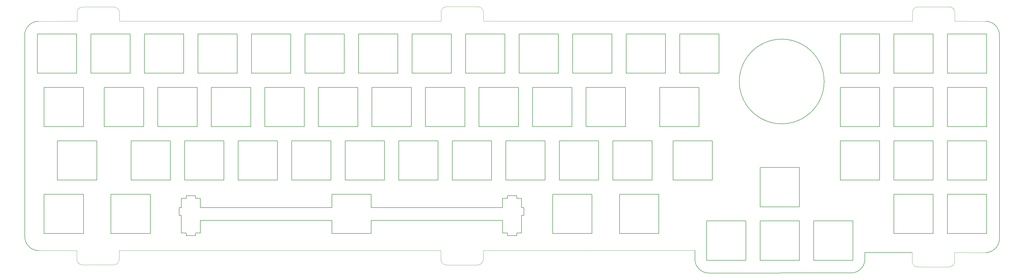
<source format=gbr>
%TF.GenerationSoftware,KiCad,Pcbnew,7.0.1*%
%TF.CreationDate,2023-07-11T18:08:57-07:00*%
%TF.ProjectId,switchplate,73776974-6368-4706-9c61-74652e6b6963,rev?*%
%TF.SameCoordinates,Original*%
%TF.FileFunction,Profile,NP*%
%FSLAX46Y46*%
G04 Gerber Fmt 4.6, Leading zero omitted, Abs format (unit mm)*
G04 Created by KiCad (PCBNEW 7.0.1) date 2023-07-11 18:08:57*
%MOMM*%
%LPD*%
G01*
G04 APERTURE LIST*
%TA.AperFunction,Profile*%
%ADD10C,0.188976*%
%TD*%
%TA.AperFunction,Profile*%
%ADD11C,0.200000*%
%TD*%
%TA.AperFunction,Profile*%
%ADD12C,0.050000*%
%TD*%
G04 APERTURE END LIST*
D10*
X22475997Y-60589010D02*
X8475997Y-60589010D01*
X294225978Y-117740006D02*
X294225978Y-131740006D01*
X294225978Y-131740006D02*
X308225978Y-131740006D01*
X312014979Y-58452011D02*
X312206965Y-58795010D01*
X23350997Y-118290001D02*
X23350997Y-119210007D01*
D11*
X204350001Y-137730001D02*
X204350001Y-140827522D01*
D12*
X281775001Y-56060001D02*
X281775001Y-52910001D01*
D10*
X98962992Y-112690007D02*
X112962992Y-112690007D01*
X27525996Y-74590008D02*
X41525996Y-74590008D01*
X117725993Y-74590008D02*
X117725993Y-60589010D01*
X135925990Y-122440003D02*
X89150981Y-122440003D01*
D12*
X-504999Y-140920001D02*
X-504999Y-137840001D01*
X281700001Y-138520001D02*
X281700001Y-141670001D01*
D11*
X-34121888Y-132829794D02*
G75*
G03*
X-29119791Y-137827904I5000001J1891D01*
G01*
D10*
X308225978Y-98690007D02*
X294225978Y-98690007D01*
X-29932000Y-56126010D02*
X-29542000Y-56080010D01*
X227550959Y-108215008D02*
X227550959Y-122215004D01*
X191831980Y-93640007D02*
X205831980Y-93640007D01*
X141825984Y-74590008D02*
X155825984Y-74590008D01*
X165637980Y-79640009D02*
X165637980Y-93640007D01*
X289175959Y-98690007D02*
X275175959Y-98690007D01*
X23350997Y-131510003D02*
X23350997Y-132490006D01*
X89436991Y-79640009D02*
X89436991Y-93640007D01*
X79912997Y-98690007D02*
X79912997Y-112690007D01*
X-33604999Y-58795010D02*
X-33412999Y-58452011D01*
X26650996Y-118290001D02*
X23350997Y-118290001D01*
X312689967Y-60282010D02*
X312735957Y-60672010D01*
X74862994Y-98690007D02*
X60862994Y-98690007D01*
X41812991Y-112690007D02*
X55812991Y-112690007D01*
X311286982Y-57529011D02*
X311553980Y-57817010D01*
X177543986Y-117740006D02*
X177543986Y-131740006D01*
X137062983Y-98690007D02*
X137062983Y-112690007D01*
D12*
X-15529999Y-56060001D02*
X-15529999Y-52980001D01*
D10*
X-13243001Y-79640009D02*
X-27243000Y-79640009D01*
D12*
X296865001Y-52910001D02*
X296865001Y-56060001D01*
D10*
X222499964Y-127265000D02*
X208500987Y-127265000D01*
X132012980Y-98690007D02*
X118012980Y-98690007D01*
X146587992Y-93640007D02*
X160587992Y-93640007D01*
X13237998Y-93640007D02*
X27237994Y-93640007D01*
X-32684999Y-57529011D02*
X-32397000Y-57262010D01*
X270125971Y-74590008D02*
X270125971Y-60589010D01*
X98962992Y-98690007D02*
X98962992Y-112690007D01*
X155825984Y-60589010D02*
X141825984Y-60589010D01*
X241550959Y-122215004D02*
X241550959Y-108215008D01*
X-31761999Y-56801011D02*
X-31419000Y-56609011D01*
X151062983Y-98690007D02*
X137062983Y-98690007D01*
X65337992Y-79640009D02*
X51337992Y-79640009D01*
X191831980Y-79640009D02*
X191831980Y-93640007D01*
X-3431001Y-117740006D02*
X-3431001Y-131740006D01*
X89150981Y-122440003D02*
X89150981Y-117740006D01*
X179925990Y-60589010D02*
X179925990Y-74590008D01*
X175162989Y-112690007D02*
X189162989Y-112690007D01*
X140950984Y-118290001D02*
X137650981Y-118290001D01*
X308225978Y-74590008D02*
X308225978Y-60589010D01*
X140950984Y-131510003D02*
X142675990Y-131510003D01*
X41525996Y-60589010D02*
X27525996Y-60589010D01*
X135925990Y-119210007D02*
X135925990Y-122440003D01*
D12*
X116005001Y-50870001D02*
X127095001Y-50870001D01*
D10*
X3712996Y-112690007D02*
X17712996Y-112690007D01*
X118012980Y-98690007D02*
X118012980Y-112690007D01*
X198975993Y-74590008D02*
X212975993Y-74590008D01*
X60575991Y-60589010D02*
X46575991Y-60589010D01*
X46575991Y-60589010D02*
X46575991Y-74590008D01*
X260600978Y-127265000D02*
X246600978Y-127265000D01*
X26650996Y-119210007D02*
X26650996Y-118290001D01*
X55812991Y-98690007D02*
X41812991Y-98690007D01*
X208500987Y-141265000D02*
X222499964Y-141265000D01*
X227550959Y-122215004D02*
X241550959Y-122215004D01*
X165637980Y-93640007D02*
X179637980Y-93640007D01*
X75150996Y-127040001D02*
X75150996Y-131740006D01*
X8475997Y-74590008D02*
X22475997Y-74590008D01*
X312506983Y-59519010D02*
X312612971Y-59897010D01*
X127537989Y-79640009D02*
X127537989Y-93640007D01*
X117725993Y-60589010D02*
X103725993Y-60589010D01*
X122487986Y-79640009D02*
X108487986Y-79640009D01*
X312370967Y-59151010D02*
X312506983Y-59519010D01*
X275175959Y-98690007D02*
X275175959Y-112690007D01*
X312206965Y-58795010D02*
X312370967Y-59151010D01*
X23350997Y-119210007D02*
X21625998Y-119210007D01*
X294225978Y-74590008D02*
X308225978Y-74590008D01*
D12*
X-15594999Y-137840001D02*
X-29119791Y-137827904D01*
D10*
X189162989Y-98690007D02*
X175162989Y-98690007D01*
X-13243001Y-131740006D02*
X-13243001Y-117740006D01*
D12*
X129025001Y-140960001D02*
X129025001Y-137770001D01*
D10*
X20799998Y-125240006D02*
X21625998Y-125240006D01*
X141537989Y-79640009D02*
X127537989Y-79640009D01*
X275175959Y-74590008D02*
X289175959Y-74590008D01*
X-31063000Y-56445011D02*
X-30695000Y-56309010D01*
D11*
X209352480Y-145827521D02*
X259872479Y-145802478D01*
D10*
X-27243000Y-117740006D02*
X-27243000Y-131740006D01*
X256125971Y-60589010D02*
X256125971Y-74590008D01*
X8187998Y-79640009D02*
X-5812002Y-79640009D01*
X65624995Y-60589010D02*
X65624995Y-74590008D01*
X289175959Y-74590008D02*
X289175959Y-60589010D01*
X10568999Y-131740006D02*
X10568999Y-117740006D01*
X27237994Y-79640009D02*
X13237998Y-79640009D01*
X-32088000Y-57019010D02*
X-31761999Y-56801011D01*
X141537989Y-93640007D02*
X141537989Y-79640009D01*
X308225978Y-112690007D02*
X308225978Y-98690007D01*
X143500987Y-125240006D02*
X143500987Y-122440003D01*
X-32952000Y-57817010D02*
X-32684999Y-57529011D01*
X-22481000Y-112690007D02*
X-8481000Y-112690007D01*
X160587992Y-93640007D02*
X160587992Y-79640009D01*
X55812991Y-112690007D02*
X55812991Y-98690007D01*
X142675990Y-125240006D02*
X143500987Y-125240006D01*
X-3431001Y-131740006D02*
X10568999Y-131740006D01*
D12*
X-29149000Y-56064011D02*
X-15529999Y-56060001D01*
D10*
X51337992Y-79640009D02*
X51337992Y-93640007D01*
D12*
X-15594999Y-137840001D02*
X-15594999Y-140920001D01*
D10*
X196593989Y-98690007D02*
X196593989Y-112690007D01*
X32287997Y-79640009D02*
X32287997Y-93640007D01*
D12*
X-13594999Y-142920001D02*
X-2504999Y-142920001D01*
D10*
X41525996Y-74590008D02*
X41525996Y-60589010D01*
X309296961Y-56309010D02*
X309664973Y-56445011D01*
X137650981Y-119210007D02*
X135925990Y-119210007D01*
X32287997Y-93640007D02*
X46287997Y-93640007D01*
X-13243001Y-117740006D02*
X-27243000Y-117740006D01*
X312612971Y-59897010D02*
X312689967Y-60282010D01*
X142675990Y-119210007D02*
X140950984Y-119210007D01*
D11*
X312736032Y-133538943D02*
X312750971Y-61065010D01*
D10*
X93912989Y-98690007D02*
X79912997Y-98690007D01*
X310020960Y-56609011D02*
X310363978Y-56801011D01*
D11*
X259872479Y-145802500D02*
G75*
G03*
X264870001Y-140802479I-2479J5000000D01*
G01*
D10*
X-15624002Y-74590008D02*
X-15624002Y-60589010D01*
X-8481000Y-98690007D02*
X-22481000Y-98690007D01*
X60862994Y-98690007D02*
X60862994Y-112690007D01*
D12*
X113935001Y-137770001D02*
X113935001Y-140960001D01*
D10*
X-30695000Y-56309010D02*
X-30317000Y-56203010D01*
X256125971Y-74590008D02*
X270125971Y-74590008D01*
X112962992Y-112690007D02*
X112962992Y-98690007D01*
X98675990Y-74590008D02*
X98675990Y-60589010D01*
X28375994Y-122440003D02*
X28375994Y-119210007D01*
X310998957Y-57262010D02*
X311286982Y-57529011D01*
X160875987Y-60589010D02*
X160875987Y-74590008D01*
X21625998Y-125240006D02*
X21625998Y-131510003D01*
X156112986Y-112690007D02*
X170112986Y-112690007D01*
D12*
X115935001Y-142960001D02*
X127025001Y-142960001D01*
D10*
X289175959Y-131740006D02*
X289175959Y-117740006D01*
X108487986Y-93640007D02*
X122487986Y-93640007D01*
X79624995Y-60589010D02*
X65624995Y-60589010D01*
X-34134000Y-60672010D02*
X-34088000Y-60282010D01*
X210593989Y-112690007D02*
X210593989Y-98690007D01*
X-29625000Y-74590008D02*
X-15624002Y-74590008D01*
X23350997Y-132490006D02*
X26650996Y-132490006D01*
X137062983Y-112690007D02*
X151062983Y-112690007D01*
X118012980Y-112690007D02*
X132012980Y-112690007D01*
D12*
X-15594999Y-140920001D02*
G75*
G03*
X-13594999Y-142920001I1999999J-1D01*
G01*
D10*
X8187998Y-93640007D02*
X8187998Y-79640009D01*
X270125971Y-60589010D02*
X256125971Y-60589010D01*
X289175959Y-60589010D02*
X275175959Y-60589010D01*
X51337992Y-93640007D02*
X65337992Y-93640007D01*
X196593989Y-112690007D02*
X210593989Y-112690007D01*
X307751979Y-56065010D02*
X308143977Y-56080010D01*
X46287997Y-79640009D02*
X32287997Y-79640009D01*
X41812991Y-98690007D02*
X41812991Y-112690007D01*
X175162989Y-98690007D02*
X175162989Y-112690007D01*
X294225978Y-112690007D02*
X308225978Y-112690007D01*
X153731990Y-131740006D02*
X167731990Y-131740006D01*
X21625998Y-119210007D02*
X21625998Y-122440003D01*
X227550959Y-127265000D02*
X227550959Y-141265000D01*
X275175959Y-117740006D02*
X275175959Y-131740006D01*
X167731990Y-131740006D02*
X167731990Y-117740006D01*
X227550959Y-141265000D02*
X241550959Y-141265000D01*
D12*
X294790001Y-143670001D02*
G75*
G03*
X296790001Y-141670001I-1J2000001D01*
G01*
D10*
X155825984Y-74590008D02*
X155825984Y-60589010D01*
X-10574001Y-60589010D02*
X-10574001Y-74590008D01*
X-27243000Y-79640009D02*
X-27243000Y-93640007D01*
X270125971Y-93640007D02*
X270125971Y-79640009D01*
X-34088000Y-60282010D02*
X-34011000Y-59897010D01*
X75150996Y-122440003D02*
X28375994Y-122440003D01*
X26650996Y-131510003D02*
X28375994Y-131510003D01*
D12*
X204350001Y-137730001D02*
X129025001Y-137770001D01*
D10*
X79624995Y-74590008D02*
X79624995Y-60589010D01*
X79912997Y-112690007D02*
X93912989Y-112690007D01*
X308225978Y-93640007D02*
X308225978Y-79640009D01*
X289175959Y-79640009D02*
X275175959Y-79640009D01*
X212975993Y-60589010D02*
X198975993Y-60589010D01*
X153731990Y-117740006D02*
X153731990Y-131740006D01*
X74862994Y-112690007D02*
X74862994Y-98690007D01*
X241550959Y-141265000D02*
X241550959Y-127265000D01*
D12*
X-13529999Y-50980001D02*
X-2439999Y-50980001D01*
D10*
X122775981Y-60589010D02*
X122775981Y-74590008D01*
X75150996Y-117740006D02*
X75150996Y-122440003D01*
X3425997Y-60589010D02*
X-10574001Y-60589010D01*
X-33412999Y-58452011D02*
X-33195000Y-58126010D01*
D12*
X281699999Y-141670001D02*
G75*
G03*
X283700001Y-143670001I2000001J1D01*
G01*
D10*
X310363978Y-56801011D02*
X310689967Y-57019010D01*
X-27243000Y-131740006D02*
X-13243001Y-131740006D01*
X112962992Y-98690007D02*
X98962992Y-98690007D01*
X275175959Y-93640007D02*
X289175959Y-93640007D01*
X70387995Y-93640007D02*
X84387995Y-93640007D01*
X108487986Y-79640009D02*
X108487986Y-93640007D01*
X241550959Y-108215008D02*
X227550959Y-108215008D01*
X275175959Y-79640009D02*
X275175959Y-93640007D01*
X28375994Y-131510003D02*
X28375994Y-127040001D01*
D12*
X116005001Y-50870001D02*
G75*
G03*
X114005001Y-52870001I-1J-1999999D01*
G01*
D10*
X210593989Y-98690007D02*
X196593989Y-98690007D01*
X103725993Y-60589010D02*
X103725993Y-74590008D01*
X222499964Y-141265000D02*
X222499964Y-127265000D01*
X311553980Y-57817010D02*
X311796961Y-58126010D01*
X8475997Y-60589010D02*
X8475997Y-74590008D01*
X36762995Y-98690007D02*
X22762995Y-98690007D01*
X198975993Y-60589010D02*
X198975993Y-74590008D01*
X84387995Y-79640009D02*
X70387995Y-79640009D01*
D12*
X296865001Y-56060001D02*
X307751979Y-56065010D01*
D10*
X-10574001Y-74590008D02*
X3425997Y-74590008D01*
X-29542000Y-56080010D02*
X-29149000Y-56064011D01*
X122775981Y-74590008D02*
X136775981Y-74590008D01*
X132012980Y-112690007D02*
X132012980Y-98690007D01*
D12*
X-2504999Y-142920001D02*
G75*
G03*
X-504999Y-140920001I1J1999999D01*
G01*
D10*
X-27243000Y-93640007D02*
X-13243001Y-93640007D01*
X270125971Y-112690007D02*
X270125971Y-98690007D01*
X27525996Y-60589010D02*
X27525996Y-74590008D01*
D12*
X-439999Y-56060001D02*
X114005001Y-56060001D01*
D11*
X264870001Y-138520001D02*
X281700001Y-138520001D01*
D10*
X179925990Y-74590008D02*
X193925990Y-74590008D01*
D12*
X114005001Y-56060001D02*
X114005001Y-52870001D01*
X129095001Y-52870001D02*
X129095001Y-56060001D01*
D10*
X137650981Y-131510003D02*
X137650981Y-132490006D01*
X275175959Y-60589010D02*
X275175959Y-74590008D01*
X3425997Y-74590008D02*
X3425997Y-60589010D01*
X193925990Y-60589010D02*
X179925990Y-60589010D01*
X170112986Y-112690007D02*
X170112986Y-98690007D01*
X21625998Y-122440003D02*
X20799998Y-122440003D01*
X103437983Y-93640007D02*
X103437983Y-79640009D01*
X46287997Y-93640007D02*
X46287997Y-79640009D01*
X-5812002Y-79640009D02*
X-5812002Y-93640007D01*
D11*
X-34121888Y-132829794D02*
X-34149000Y-61065010D01*
D12*
X283700001Y-143670001D02*
X294790001Y-143670001D01*
D10*
X136775981Y-60589010D02*
X122775981Y-60589010D01*
X174875987Y-74590008D02*
X174875987Y-60589010D01*
D12*
X-13529999Y-50980001D02*
G75*
G03*
X-15529999Y-52980001I-1J-1999999D01*
G01*
D10*
X-13243001Y-93640007D02*
X-13243001Y-79640009D01*
X135925990Y-127040001D02*
X135925990Y-131510003D01*
X167731990Y-117740006D02*
X153731990Y-117740006D01*
D11*
X307733943Y-138537932D02*
G75*
G03*
X312736032Y-133538943I2057J5000032D01*
G01*
D10*
X146587992Y-79640009D02*
X146587992Y-93640007D01*
X142675990Y-131510003D02*
X142675990Y-125240006D01*
X205831980Y-93640007D02*
X205831980Y-79640009D01*
X26650996Y-132490006D02*
X26650996Y-131510003D01*
X191543986Y-117740006D02*
X177543986Y-117740006D01*
X275175959Y-131740006D02*
X289175959Y-131740006D01*
D12*
X129095001Y-56060001D02*
X281775001Y-56060001D01*
D10*
X135925990Y-131510003D02*
X137650981Y-131510003D01*
X22762995Y-112690007D02*
X36762995Y-112690007D01*
X256125971Y-98690007D02*
X256125971Y-112690007D01*
X127537989Y-93640007D02*
X141537989Y-93640007D01*
X270125971Y-98690007D02*
X256125971Y-98690007D01*
X189162989Y-112690007D02*
X189162989Y-98690007D01*
X65624995Y-74590008D02*
X79624995Y-74590008D01*
X-22481000Y-98690007D02*
X-22481000Y-112690007D01*
X174875987Y-60589010D02*
X160875987Y-60589010D01*
X28375994Y-127040001D02*
X75150996Y-127040001D01*
X289175959Y-93640007D02*
X289175959Y-79640009D01*
X160587992Y-79640009D02*
X146587992Y-79640009D01*
X103725993Y-74590008D02*
X117725993Y-74590008D01*
D11*
X250347671Y-77530001D02*
G75*
G03*
X250347671Y-77530001I-15087670J0D01*
G01*
D10*
X-5812002Y-93640007D02*
X8187998Y-93640007D01*
X151062983Y-112690007D02*
X151062983Y-98690007D01*
X-31419000Y-56609011D02*
X-31063000Y-56445011D01*
X21625998Y-131510003D02*
X23350997Y-131510003D01*
X84387995Y-93640007D02*
X84387995Y-79640009D01*
X256125971Y-79640009D02*
X256125971Y-93640007D01*
X98675990Y-60589010D02*
X84674990Y-60589010D01*
X156112986Y-98690007D02*
X156112986Y-112690007D01*
X70387995Y-79640009D02*
X70387995Y-93640007D01*
X308225978Y-131740006D02*
X308225978Y-117740006D01*
X294225978Y-60589010D02*
X294225978Y-74590008D01*
X241550959Y-127265000D02*
X227550959Y-127265000D01*
D12*
X-439999Y-56060001D02*
X-439999Y-52980001D01*
D10*
X260600978Y-141265000D02*
X260600978Y-127265000D01*
X22475997Y-74590008D02*
X22475997Y-60589010D01*
X122487986Y-93640007D02*
X122487986Y-79640009D01*
X-33905000Y-59519010D02*
X-33768999Y-59151010D01*
X309664973Y-56445011D02*
X310020960Y-56609011D01*
D12*
X113934999Y-140960001D02*
G75*
G03*
X115935001Y-142960001I2000001J1D01*
G01*
D10*
X312735957Y-60672010D02*
X312750971Y-61065010D01*
X212975993Y-74590008D02*
X212975993Y-60589010D01*
X-15624002Y-60589010D02*
X-29625000Y-60589010D01*
X3712996Y-98690007D02*
X3712996Y-112690007D01*
X65337992Y-93640007D02*
X65337992Y-79640009D01*
X289175959Y-112690007D02*
X289175959Y-98690007D01*
X275175959Y-112690007D02*
X289175959Y-112690007D01*
X89150981Y-131740006D02*
X89150981Y-127040001D01*
X294225978Y-79640009D02*
X294225978Y-93640007D01*
D11*
X264870001Y-140802479D02*
X264870001Y-138520001D01*
D10*
X84674990Y-74590008D02*
X98675990Y-74590008D01*
X141825984Y-60589010D02*
X141825984Y-74590008D01*
X20799998Y-122440003D02*
X20799998Y-125240006D01*
X308918971Y-56203010D02*
X309296961Y-56309010D01*
X179637980Y-79640009D02*
X165637980Y-79640009D01*
D12*
X127025001Y-142960001D02*
G75*
G03*
X129025001Y-140960001I-1J2000001D01*
G01*
D10*
X308225978Y-117740006D02*
X294225978Y-117740006D01*
X13237998Y-79640009D02*
X13237998Y-93640007D01*
X28375994Y-119210007D02*
X26650996Y-119210007D01*
D12*
X307733943Y-138537911D02*
X296790001Y-138520001D01*
X113935001Y-137770001D02*
X-504999Y-137840001D01*
D10*
X143500987Y-122440003D02*
X142675990Y-122440003D01*
X10568999Y-117740006D02*
X-3431001Y-117740006D01*
X137650981Y-118290001D02*
X137650981Y-119210007D01*
D11*
X204349979Y-140827522D02*
G75*
G03*
X209352480Y-145827520I5000021J22D01*
G01*
D10*
X89150981Y-117740006D02*
X75150996Y-117740006D01*
X308143977Y-56080010D02*
X308533961Y-56126010D01*
X177543986Y-131740006D02*
X191543986Y-131740006D01*
X27237994Y-93640007D02*
X27237994Y-79640009D01*
X179637980Y-93640007D02*
X179637980Y-79640009D01*
X208500987Y-127265000D02*
X208500987Y-141265000D01*
X193925990Y-74590008D02*
X193925990Y-60589010D01*
X308533961Y-56126010D02*
X308918971Y-56203010D01*
X256125971Y-93640007D02*
X270125971Y-93640007D01*
X89150981Y-127040001D02*
X135925990Y-127040001D01*
X140950984Y-119210007D02*
X140950984Y-118290001D01*
X191543986Y-131740006D02*
X191543986Y-117740006D01*
X310689967Y-57019010D02*
X310998957Y-57262010D01*
X-30317000Y-56203010D02*
X-29932000Y-56126010D01*
D12*
X294865001Y-50910001D02*
X283775001Y-50910001D01*
D10*
X308225978Y-60589010D02*
X294225978Y-60589010D01*
X46575991Y-74590008D02*
X60575991Y-74590008D01*
X-33768999Y-59151010D02*
X-33604999Y-58795010D01*
D12*
X296790001Y-141670001D02*
X296790001Y-138520001D01*
D10*
X-29625000Y-60589010D02*
X-29625000Y-74590008D01*
X142675990Y-122440003D02*
X142675990Y-119210007D01*
X60575991Y-74590008D02*
X60575991Y-60589010D01*
X93912989Y-112690007D02*
X93912989Y-98690007D01*
X-32397000Y-57262010D02*
X-32088000Y-57019010D01*
X-34149000Y-61065010D02*
X-34134000Y-60672010D01*
X270125971Y-79640009D02*
X256125971Y-79640009D01*
X160875987Y-74590008D02*
X174875987Y-74590008D01*
X294225978Y-93640007D02*
X308225978Y-93640007D01*
D12*
X-439999Y-52980001D02*
G75*
G03*
X-2439999Y-50980001I-1999999J1D01*
G01*
D10*
X140950984Y-132490006D02*
X140950984Y-131510003D01*
X84674990Y-60589010D02*
X84674990Y-74590008D01*
X75150996Y-131740006D02*
X89150981Y-131740006D01*
X294225978Y-98690007D02*
X294225978Y-112690007D01*
X-8481000Y-112690007D02*
X-8481000Y-98690007D01*
X22762995Y-98690007D02*
X22762995Y-112690007D01*
X103437983Y-79640009D02*
X89436991Y-79640009D01*
X136775981Y-74590008D02*
X136775981Y-60589010D01*
X256125971Y-112690007D02*
X270125971Y-112690007D01*
X246600978Y-141265000D02*
X260600978Y-141265000D01*
D12*
X283775001Y-50910001D02*
G75*
G03*
X281775001Y-52910001I-1J-1999999D01*
G01*
D10*
X137650981Y-132490006D02*
X140950984Y-132490006D01*
X17712996Y-112690007D02*
X17712996Y-98690007D01*
X-33195000Y-58126010D02*
X-32952000Y-57817010D01*
D12*
X296864999Y-52910001D02*
G75*
G03*
X294865001Y-50910001I-1999999J1D01*
G01*
X129094999Y-52870001D02*
G75*
G03*
X127095001Y-50870001I-1999999J1D01*
G01*
D10*
X170112986Y-98690007D02*
X156112986Y-98690007D01*
X205831980Y-79640009D02*
X191831980Y-79640009D01*
X17712996Y-98690007D02*
X3712996Y-98690007D01*
X308225978Y-79640009D02*
X294225978Y-79640009D01*
X89436991Y-93640007D02*
X103437983Y-93640007D01*
X246600978Y-127265000D02*
X246600978Y-141265000D01*
X311796961Y-58126010D02*
X312014979Y-58452011D01*
X-34011000Y-59897010D02*
X-33905000Y-59519010D01*
X60862994Y-112690007D02*
X74862994Y-112690007D01*
X36762995Y-112690007D02*
X36762995Y-98690007D01*
X289175959Y-117740006D02*
X275175959Y-117740006D01*
M02*

</source>
